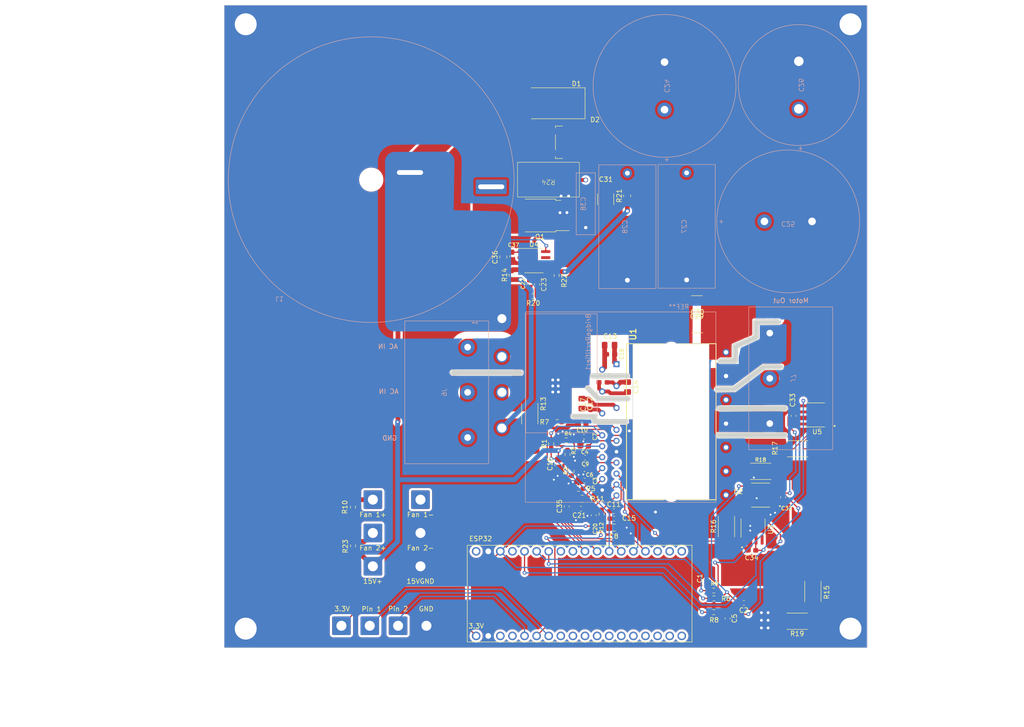
<source format=kicad_pcb>
(kicad_pcb (version 20221018) (generator pcbnew)
  (layers (0 "F.Cu" signal) (31 "B.Cu" signal) (34 "B.Paste" user) (35 "F.Paste" user) (36 "B.SilkS" user "B.Silkscreen") (37 "F.SilkS" user "F.Silkscreen") (38 "B.Mask" user) (39 "F.Mask" user) (44 "Edge.Cuts" user))
  (net 0 "")
  (net 1 "Net-(R15-Pad2)")
  (net 2 "GND")
  (net 3 "PHA")
  (net 4 "PHB")
  (net 5 "PHC")
  (net 6 "FB")
  (net 7 "VLinePFC")
  (net 8 "V3.3")
  (net 9 "Net-(U1-VFO)")
  (net 10 "Net-(J1-IO33)")
  (net 11 "HIN(V)")
  (net 12 "Net-(J1-IO25)")
  (net 13 "LIN(W)")
  (net 14 "Net-(J1-IO15)")
  (net 15 "Net-(J1-IO14)")
  (net 16 "HIN(U)")
  (net 17 "Net-(J1-IO4)")
  (net 18 "Net-(J1-IO2)")
  (net 19 "Fan 2+")
  (net 20 "15VLine")
  (net 21 "VOT")
  (net 22 "Net-(J1-IO26)")
  (net 23 "HIN(W)")
  (net 24 "V-")
  (net 25 "Net-(J1-IO27)")
  (net 26 "LIN(U)")
  (net 27 "Net-(J1-IO32)")
  (net 28 "LIN(V)")
  (net 29 "CS")
  (net 30 "Net-(C23-Pad2)")
  (net 31 "Net-(Q1-G)")
  (net 32 "Net-(D2-A)")
  (net 33 "Net-(U4-COMP)")
  (net 34 "VLine")
  (net 35 "Net-(U1-VS(V))")
  (net 36 "Net-(U1-VB(V))")
  (net 37 "Net-(U1-VS(U))")
  (net 38 "Net-(U1-VB(U))")
  (net 39 "Net-(U1-VS(W))")
  (net 40 "Net-(U1-VB(W))")
  (net 41 "Net-(U1-VDD2)")
  (net 42 "5VLine")
  (net 54 "ExtraPin1")
  (net 55 "ExtraPin2")
  (net 64 "PHB_CSOUT")
  (net 65 "PHC_CSOUT")
  (net 66 "PHA_CSOUT")
  (net 67 "Fan 1+")
  (net 68 "/Fan 1-")
  (net 69 "Line 1")
  (net 70 "Line 2")
  (net 71 "Net-(C38-Pad1)")
  (net 72 "PHC_CS+")
  (net 73 "PHA_CS+")
  (net 74 "PHB_CS+")
  (net 75 "PHA_CS-")
  (footprint "Capacitor_SMD:C_1812_4532Metric_Pad1.57x3.40mm_HandSolder" (layer "F.Cu") (at 182.8375 82.125 180)
    (fp_text reference "C30")
    (fp_text value "1u")
  )
  (footprint "Capacitor_SMD:C_0603_1608Metric_Pad1.08x0.95mm_HandSolder" (layer "F.Cu") (at 159.1575 112.4712 180)
    (fp_text reference "C6")
    (fp_text value "1n")
  )
  (footprint "Capacitor_SMD:C_1812_4532Metric_Pad1.57x3.40mm_HandSolder" (layer "F.Cu") (at 163.576 55.7745 -90)
    (fp_text reference "C31")
    (fp_text value "1u")
  )
  (footprint "Capacitor_SMD:C_0603_1608Metric_Pad1.08x0.95mm_HandSolder" (layer "F.Cu") (at 159.1575 114.9096 180)
    (fp_text reference "C3")
    (fp_text value "1n")
  )
  (footprint "Capacitor_SMD:C_0603_1608Metric_Pad1.08x0.95mm_HandSolder" (layer "F.Cu") (at 203.05 101.2625 -90)
    (fp_text reference "C33")
    (fp_text value "1u")
  )
  (footprint "Resistor_SMD:R_0805_2012Metric_Pad1.20x1.40mm_HandSolder" (layer "F.Cu") (at 168.1 55.05 90)
    (fp_text reference "R21")
    (fp_text value "1M")
  )
  (footprint "Resistor_SMD:R_0603_1608Metric_Pad0.98x0.95mm_HandSolder" (layer "F.Cu") (at 186.2875 138)
    (fp_text reference "R9")
    (fp_text value "100")
  )
  (footprint "COMPRESSORFOC:IM323L6G2XKMA1" (layer "F.Cu") (at 165.862 90.424 90)
    (fp_text reference "U1")
    (fp_text value "~" hide)
  )
  (footprint "Resistor_SMD:R_2512_6332Metric_Pad1.40x3.35mm_HandSolder" (layer "F.Cu") (at 188.95 124.55 -90)
    (fp_text reference "R16")
    (fp_text value "10m")
  )
  (footprint "Resistor_SMD:R_0603_1608Metric_Pad0.98x0.95mm_HandSolder" (layer "F.Cu") (at 110.525 120.4625 -90)
    (fp_text reference "R10")
    (fp_text value "100")
  )
  (footprint "Resistor_SMD:R_0603_1608Metric_Pad0.98x0.95mm_HandSolder" (layer "F.Cu") (at 156.4386 112.9519 90)
    (fp_text reference "R2")
    (fp_text value "100")
  )
  (footprint "Resistor_SMD:R_0603_1608Metric_Pad0.98x0.95mm_HandSolder" (layer "F.Cu") (at 186.3125 139.65)
    (fp_text reference "R6")
    (fp_text value "100")
  )
  (footprint "Connector_Wire:SolderWire-1.5sqmm_1x01_D1.7mm_OD3.9mm" (layer "F.Cu") (at 124.7 132.9)
    (fp_text reference "J5" hide)
    (fp_text value "15VGND")
  )
  (footprint "Connector_Wire:SolderWire-1.5sqmm_1x01_D1.7mm_OD3.9mm" (layer "F.Cu") (at 114.7 125.9)
    (fp_text reference "J8" hide)
    (fp_text value "Fan 2+")
  )
  (footprint "Connector_Wire:SolderWire-1.5sqmm_1x01_D1.7mm_OD3.9mm" (layer "F.Cu") (at 124.7 118.9)
    (fp_text reference "J3" hide)
    (fp_text value "Fan 1-")
  )
  (footprint "Resistor_SMD:R_0603_1608Metric_Pad0.98x0.95mm_HandSolder" (layer "F.Cu") (at 152.15 107.1375 90)
    (fp_text reference "R1")
    (fp_text value "100")
  )
  (footprint "COMPRESSORFOC:snubber_resistor" (layer "F.Cu") (at 151.575 51.65 180)
    (fp_text reference "R24")
    (fp_text value "10")
  )
  (footprint "Capacitor_SMD:C_0603_1608Metric_Pad1.08x0.95mm_HandSolder" (layer "F.Cu") (at 147.57 73.5925 -90)
    (fp_text reference "C22")
    (fp_text value "270pF")
  )
  (footprint "COMPRESSORFOC:TO-252-2_DiodeFOCCustom" (layer "F.Cu") (at 156.125 43.8)
    (fp_text reference "D2")
    (fp_text value "\nSBR20A300CTB-13\n")
  )
  (footprint "Capacitor_SMD:C_0603_1608Metric_Pad1.08x0.95mm_HandSolder" (layer "F.Cu") (at 192.6125 140.6)
    (fp_text reference "C2")
    (fp_text value "1n")
  )
  (footprint "Resistor_SMD:R_0603_1608Metric_Pad0.98x0.95mm_HandSolder" (layer "F.Cu") (at 157.8875 116.6)
    (fp_text reference "R5")
    (fp_text value "100")
  )
  (footprint "Connector_Wire:SolderWire-1.5sqmm_1x01_D1.7mm_OD3.9mm" (layer "F.Cu") (at 120 145.4 90)
    (fp_text reference "J12" hide)
    (fp_text value "Pin 2")
  )
  (footprint "Capacitor_SMD:C_0603_1608Metric_Pad1.08x0.95mm_HandSolder" (layer "F.Cu") (at 155.4226 120.3441 -90)
    (fp_text reference "C35")
    (fp_text value "1u")
  )
  (footprint "Capacitor_SMD:C_0603_1608Metric_Pad1.08x0.95mm_HandSolder" (layer "F.Cu") (at 159.1045 107.696 180)
    (fp_text reference "C4")
    (fp_text value "1n")
  )
  (footprint "Capacitor_SMD:C_0603_1608Metric_Pad1.08x0.95mm_HandSolder" (layer "F.Cu") (at 143.95 67.757175 -90)
    (fp_text reference "C37")
    (fp_text value "100n")
  )
  (footprint "Capacitor_SMD:C_0603_1608Metric_Pad1.08x0.95mm_HandSolder" (layer "F.Cu") (at 165.3551 122.8852)
    (fp_text reference "C15")
    (fp_text value "1u")
  )
  (footprint "Resistor_SMD:R_0603_1608Metric_Pad0.98x0.95mm_HandSolder" (layer "F.Cu") (at 148.3575 76.16)
    (fp_text reference "R20")
    (fp_text value "26.1k")
  )
  (footprint "Capacitor_SMD:C_0805_2012Metric_Pad1.18x1.45mm_HandSolder" (layer "F.Cu") (at 153.67 111.5275 -90)
    (fp_text reference "C16")
    (fp_text value "10u")
  )
  (footprint "Capacitor_SMD:C_0603_1608Metric_Pad1.08x0.95mm_HandSolder" (layer "F.Cu") (at 164.6375 88.35 180)
    (fp_text reference "C18")
    (fp_text value "100n")
  )
  (footprint "COMPRESSORFOC:standoff hole" (layer "F.Cu") (at 88 146)
    (fp_text reference "REF**" hide)
    (fp_text value "standoff hole" hide)
  )
  (footprint "Resistor_SMD:R_2512_6332Metric_Pad1.40x3.35mm_HandSolder" (layer "F.Cu") (at 147.65 100.825 -90)
    (fp_text reference "R13")
    (fp_text value "10m")
  )
  (footprint "Capacitor_SMD:C_0603_1608Metric_Pad1.08x0.95mm_HandSolder" (layer "F.Cu") (at 158.5875 103.1 180)
    (fp_text reference "C10")
    (fp_text value "1n")
  )
  (footprint "Capacitor_SMD:C_0603_1608Metric_Pad1.08x0.95mm_HandSolder" (layer "F.Cu") (at 161.0868 122.1751 -90)
    (fp_text reference "C20")
    (fp_text value "2n")
  )
  (footprint "Resistor_SMD:R_2512_6332Metric_Pad1.40x3.35mm_HandSolder" (layer "F.Cu") (at 203.8 144.45 180)
    (fp_text reference "R19")
    (fp_text value "10m")
  )
  (footprint "" (layer "F.Cu") (at 87.85 20.1)
    (fp_text reference "")
    (fp_text value "")
  )
  (footprint "Connector_Wire:SolderWire-1.5sqmm_1x01_D1.7mm_OD3.9mm" (layer "F.Cu") (at 114.05 145.4 90)
    (fp_text reference "J11" hide)
    (fp_text value "Pin 1")
  )
  (footprint "COMPRESSORFOC:INA240A1DR" (layer "F.Cu") (at 196.13 117.945 180)
    (fp_text reference "U2")
    (fp_text value "INA240A2DR")
  )
  (footprint "Capacitor_SMD:C_0603_1608Metric_Pad1.08x0.95mm_HandSolder" (layer "F.Cu") (at 165.3043 121.3104)
    (fp_text reference "C11")
    (fp_text value "1u")
  )
  (footprint "Resistor_SMD:R_0805_2012Metric_Pad1.20x1.40mm_HandSolder" (layer "F.Cu") (at 158.6644 118.7196)
    (fp_text reference "R11")
    (fp_text value "1M")
  )
  (footprint "Capacitor_SMD:C_0603_1608Metric_Pad1.08x0.95mm_HandSolder" (layer "F.Cu") (at 159.0305 105.664 180)
    (fp_text reference "C7")
    (fp_text value "1n")
  )
  (footprint "COMPRESSORFOC:INA240A1DR" (layer "F.Cu") (at 194.535 124.87 90)
    (fp_text reference "U3")
    (fp_text value "INA240A2DR")
  )
  (footprint "Capacitor_SMD:C_0805_2012Metric_Pad1.18x1.45mm_HandSolder" (layer "F.Cu") (at 168.2 95.2375 -90)
    (fp_text reference "C14")
    (fp_text value "10u")
  )
  (footprint "Resistor_SMD:R_0603_1608Metric_Pad0.98x0.95mm_HandSolder" (layer "F.Cu") (at 186.2875 142.55)
    (fp_text reference "R8")
    (fp_text value "100")
  )
  (footprint "Capacitor_SMD:C_0603_1608Metric_Pad1.08x0.95mm_HandSolder" (layer "F.Cu") (at 158.3933 120.8024 180)
    (fp_text reference "C21")
    (fp_text value "2n")
  )
  (footprint "Connector_Wire:SolderWire-1.5sqmm_1x01_D1.7mm_OD3.9mm" (layer "F.Cu") (at 108.1 145.4 90)
    (fp_text reference "J10" hide)
    (fp_text value "3.3V")
  )
  (footprint "Package_TO_SOT_SMD:TO-252-2" (layer "F.Cu") (at 149.782 59.182 180)
    (fp_text reference "Q1")
    (fp_text value "NMOSIPD50R280CEAUMA1 ")
  )
  (footprint "Capacitor_SMD:C_0603_1608Metric_Pad1.08x0.95mm_HandSolder" (layer "F.Cu") (at 194.2375 129.55 180)
    (fp_text reference "C34")
    (fp_text value "1u")
  )
  (footprint "Capacitor_SMD:C_0603_1608Metric_Pad1.08x0.95mm_HandSolder" (layer "F.Cu") (at 163.05 94.25 180)
    (fp_text reference "C19")
    (fp_text value "100n")
  )
  (footprint "Resistor_SMD:R_0603_1608Metric_Pad0.98x0.95mm_HandSolder" (layer "F.Cu") (at 155.575 109.3959 90)
    (fp_text reference "R3")
    (fp_text value "100")
  )
  (footprint "Capacitor_SMD:C_0603_1608Metric_Pad1.08x0.95mm_HandSolder" (layer "F.Cu") (at 189.2 143.8625 -90)
    (fp_text reference "C5")
    (fp_text value "1n")
  )
  (footprint "Resistor_SMD:R_0603_1608Metric_Pad0.98x0.95mm_HandSolder" (layer "F.Cu") (at 143.84 71.732175 -90)
    (fp_text reference "R14")
    (fp_text value "25.5")
  )
  (footprint "Capacitor_SMD:C_0603_1608Metric_Pad1.08x0.95mm_HandSolder" (layer "F.Cu") (at 160.4 99.1125 -90)
    (fp_text reference "C17")
    (fp_text value "100n")
  )
  (footprint "Connector_Wire:SolderWire-1.5sqmm_1x01_D1.7mm_OD3.9mm" (layer "F.Cu") (at 114.7 132.9)
    (fp_text reference "J4" hide)
    (fp_text value "15V+")
  )
  (footprint "COMPRESSORFOC:standoff hole" (layer "F.Cu") (at 215 146)
    (fp_text reference "REF**" hide)
    (fp_text value "standoff hole" hide)
  )
  (footprint "Connector_Wire:SolderWire-1.5sqmm_1x01_D1.7mm_OD3.9mm" (layer "F.Cu") (at 125.95 145.4 90)
    (fp_text reference "J13" hide)
    (fp_text value "GND")
  )
  (footprint "Capacitor_SMD:C_1812_4532Metric_Pad1.57x3.40mm_HandSolder" (layer "F.Cu") (at 182.7375 77.75 180)
    (fp_text reference "C29")
    (fp_text value "1u")
  )
  (footprint "Resistor_SMD:R_2512_6332Metric_Pad1.40x3.35mm_HandSolder" (layer "F.Cu") (at 207.1 138.2 -90)
    (fp_text reference "R15")
    (fp_text value "10m")
  )
  (footprint "COMPRESSORFOC:XCVR_ESP32-PICO-KIT" (layer "F.Cu") (at 160.52 138.64 180)
    (fp_text reference "J1" hide)
    (fp_text value "ESP32-PICO-KIT_ESP32-PICO-KIT")
  )
  (footprint "COMPRESSORFOC:INA240A1DR" (layer "F.Cu") (at 207.62 101.095 180)
    (fp_text reference "U5")
    (fp_text value "INA240A2DR")
  )
  (footprint "Capacitor_SMD:C_0805_2012Metric_Pad1.18x1.45mm_HandSolder" (layer "F.Cu") (at 164.4125 86.45 180)
    (fp_text reference "C13")
    (fp_text value "10u")
  )
  (footprint "Resistor_SMD:R_2512_6332Metric_Pad1.40x3.35mm_HandSolder" (layer "F.Cu") (at 203.9 108.2)
    (fp_text reference "R17")
    (fp_text value "10m")
  )
  (footprint "COMPRESSORFOC:standoff hole" (layer "F.Cu") (at 215 19)
    (fp_text reference "REF**" hide)
    (fp_text value "standoff hole" hide)
  )
  (footprint "Connector_Wire:SolderWire-1.5sqmm_1x01_D1.7mm_OD3.9mm" (layer "F.Cu") (at 114.7 118.9)
    (fp_text reference "J2" hide)
    (fp_text value "Fan 1+")
  )
  (footprint "Diode_SMD:D_SMC_Handsoldering" (layer "F.Cu") (at 152.35 35.6 180)
    (fp_text reference "D1")
    (fp_text value " S10JC-HF ")
  )
  (footprint "Resistor_SMD:R_0603_1608Metric_Pad0.98x0.95mm_HandSolder" (layer "F.Cu") (at 162.7378 121.9435 90)
    (fp_text reference "R12")
    (fp_text value "10k")
  )
  (footprint "Resistor_SMD:R_0603_1608Metric_Pad0.98x0.95mm_HandSolder" (layer "F.Cu") (at 153.29 71.7875 90)
    (fp_text reference "R22")
    (fp_text value "12.6k")
  )
  (footprint "Capacitor_SMD:C_0603_1608Metric_Pad1.08x0.95mm_HandSolder" (layer "F.Cu") (at 159.2591 110.0836 180)
    (fp_text reference "C9")
    (fp_text value "1n")
  )
  (footprint "Capacitor_SMD:C_0603_1608Metric_Pad1.08x0.95mm_HandSolder" (layer "F.Cu") (at 184.8 135.4375 90)
    (fp_text reference "C1")
    (fp_text value "1n")
  )
  (footprint "Resistor_SMD:R_2512_6332Metric_Pad1.40x3.35mm_HandSolder" (layer "F.Cu") (at 196.15 112.95)
    (fp_text reference "R18")
    (fp_text value "10m")
  )
  (footprint "Capacitor_SMD:C_0805_2012Metric_Pad1.18x1.45mm_HandSolder" (layer "F.Cu") (at 165.3833 124.7648)
    (fp_text reference "C8")
    (fp_text value "10u")
  )
  (footprint "Capacitor_SMD:C_0603_1608Metric_Pad1.08x0.95mm_HandSolder" (layer "F.Cu") (at 149.17 73.6625 -90)
    (fp_text reference "C23")
    (fp_text value "1600pF")
  )
  (footprint "Capacitor_SMD:C_0603_1608Metric_Pad1.08x0.95mm_HandSolder" (layer "F.Cu") (at 200.85 118.3875 -90)
    (fp_text reference "C32")
    (fp_text value "1u")
  )
  (footprint "Resistor_SMD:R_0603_1608Metric_Pad0.98x0.95mm_HandSolder" (layer "F.Cu") (at 155.2975 106.4514)
    (fp_text reference "R4")
    (fp_text value "100")
  )
  (footprint "Resistor_SMD:R_0603_1608Metric_Pad0.98x0.95mm_HandSolder" (layer "F.Cu") (at 153.4125 102.6)
    (fp_text reference "R7")
    (fp_text value "100")
  )
  (footprint "Capacitor_SMD:C_0805_2012Metric_Pad1.18x1.45mm_HandSolder" (layer "F.Cu") (at 158.6 98.7125 -90)
    (fp_text reference "C12")
    (fp_text value "10u")
  )
  (footprint "Resistor_SMD:R_0603_1608Metric_Pad0.98x0.95mm_HandSolder" (layer "F.Cu") (at 110.55 128.6125 -90)
    (fp_text reference "R23")
    (fp_text value "100")
  )
  (footprint "Capacitor_SMD:C_0805_2012Metric_Pad1.18x1.45mm_HandSolder" (layer "F.Cu") (at 142.1 67.910675 -90)
    (fp_text reference "C36")
    (fp_text value "10u")
  )
  (footprint "Connector_Wire:SolderWire-1.5sqmm_1x01_D1.7mm_OD3.9mm" (layer "F.Cu") (at 124.7 125.9)
    (fp_text reference "J9" hide)
    (fp_text value "Fan 2-")
  )
  (footprint "Package_SO:SOIC-8_3.9x4.9mm_P1.27mm" (layer "F.Cu") (at 148.525 68.671675)
    (fp_text reference "U4")
    (fp_text value "~")
  )
  (footprint "COMPRESSORFOC:KBJ-2 Rectifier" (layer "B.Cu") (at 141.8 88.85 -90)
    (fp_text reference "BridgeRectifier1")
    (fp_text value "~")
  )
  (footprint "COMPRESSORFOC:TerminalBlock3pin" (layer "B.Cu") (at 202.45 93.4 90)
    (fp_text reference "J7")
    (fp_text value "Conn_01x03_Socket")
  )
  (footprint "COMPRESSORFOC:heatsinkkeepout" (layer "B.Cu") (at 166.73 99.45 180)
    (fp_text reference "REF**")
    (fp_text value "heatsinkkeepout")
  )
  (footprint "COMPRESSORFOC:4.7uCap" (layer "B.Cu") (at 168.148 61.542 -90)
    (fp_text reference "C28")
    (fp_text value "4.7u")
  )
  (footprint "COMPRESSORFOC:snubber_capacitor" (layer "B.Cu") (at 159.4 56.725 -90)
    (fp_text reference "C38")
    (fp_text value "1n")
  )
  (footprint "COMPRESSORFOC:4.7uCap" (layer "B.Cu") (at 180.594 61.468 -90)
    (fp_text reference "C27")
    (fp_text value "4.7u")
  )
  (footprint "COMPRESSORFOC:1000uCap" (layer "B.Cu") (at 201.925 60.425)
    (fp_text reference "C25")
    (fp_text value "1000uF")
  )
  (footprint "COMPRESSORFOC:TerminalBlock3pin" (layer "B.Cu") (at 130.2 96.35 -90)
    (fp_text reference "J6")
    (fp_text value "Conn_01x03_Socket")
  )
  (footprint "COMPRESSORFOC:1000uCap" (layer "B.Cu") (at 175.95 31.95 90)
    (fp_text reference "C24")
    (fp_text value "1000uF")
  )
  (footprint "COMPRESSORFOC:WETORINDUCTOR" (layer "B.Cu") (at 126.85 53.15)
    (fp_text reference "L1")
    (fp_text value "L")
  )
  (footprint "COMPRESSORFOC:470uFCap" (layer "B.Cu") (at 204.15 31.775 90)
    (fp_text reference "C26")
    (fp_text value "470uF")
  )
  (gr_line (start 187.275 105.35) (end 201.225 105.35) (stroke (width 1.2)) (layer "Edge.Cuts"))
  (gr_line (start 190.775303 86.655033) (end 190.775303 89.730033) (stroke (width 1.2)) (layer "Edge.Cuts"))
  (gr_line (start 187.500113 99.764055) (end 201.25 99.7) (stroke (width 1.2)) (layer "Edge.Cuts"))
  (gr_line (start 196.775 91) (end 200.325 91) (stroke (width 1.2)) (layer "Edge.Cuts"))
  (gr_line (start 195.175303 84.805033) (end 190.750303 86.705033) (stroke (width 1.2)) (layer "Edge.Cuts"))
  (gr_line (start 131.505448 92.211256) (end 145.725448 92.211256) (stroke (width 1.2)) (layer "Edge.Cuts"))
  (gr_rect (start 83.5 15) (end 218.5 150) (stroke (width 0.1)) (fill none) (layer "Edge.Cuts"))
  (gr_line (start 162.03 97.62) (end 159.805 95.395) (stroke (width 1.1)) (layer "Edge.Cuts"))
  (gr_line (start 195.175303 81.605033) (end 199.800303 81.555033) (stroke (width 1.2)) (layer "Edge.Cuts"))
  (gr_line (start 190.775303 89.755033) (end 187.700303 89.755033) (stroke (width 1.2)) (layer "Edge.Cuts"))
  (gr_line (start 156.8 101.4) (end 161.25 101.4) (stroke (width 1.1)) (layer "Edge.Cuts"))
  (gr_line (start 161.25 102.5) (end 167.85 102.5) (stroke (width 1.1)) (layer "Edge.Cuts"))
  (gr_line (start 168.139992 92.896168) (end 160.839992 92.896168) (stroke (width 1.1)) (layer "Edge.Cuts"))
  (gr_line (start 168.22 97.7) (end 162.07 97.7) (stroke (width 1.1)) (layer "Edge.Cuts"))
  (gr_line (start 187.075 95.65) (end 190.625 95.65) (stroke (width 1.2)) (layer "Edge.Cuts"))
  (gr_line (start 161.25 101.4) (end 161.25 102.5) (stroke (width 1.1)) (layer "Edge.Cuts"))
  (gr_line (start 195.175303 84.805033) (end 195.175303 81.580033) (stroke (width 1.2)) (layer "Edge.Cuts"))
  (gr_rect (start 169.29 86.1) (end 185.3 118.9) (stroke (width 0.1)) (fill none) (layer "Edge.Cuts"))
  (gr_line (start 190.625 95.65) (end 196.7 91.05) (stroke (width 1.2)) (layer "Edge.Cuts"))
  (gr_text "AC IN" (at 120.2 96.75) (layer "B.SilkS") (effects (font (size 1 1)) (justify left bottom mirror)))
  (gr_text "Motor Out" (at 206.3 77.65) (layer "B.SilkS") (effects (font (size 1 1)) (justify left bottom mirror)))
  (gr_text "GND" (at 119.85 106.55) (layer "B.SilkS") (effects (font (size 1 1)) (justify left bottom mirror)))
  (gr_text "AC IN" (at 120.05 87.3) (layer "B.SilkS") (effects (font (size 1 1)) (justify left bottom mirror)))
  (gr_text "3.3V" (at 136.4 145.45) (layer "F.SilkS") (effects (font (size 1 1))))
  (gr_text "ESP32" (at 134.85 127.7) (layer "F.SilkS") (effects (font (size 1 1)) (justify left bottom)))
  (via (at 156.7 115.2) (size 0.8) (drill 0.4) (layers "F.Cu" "B.Cu") (net 2))
  (via (at 196.3 142.65) (size 1) (drill 0.6) (layers "F.Cu" "B.Cu") (net 2))
  (via (at 153.67 96.266) (size 1) (drill 0.6) (layers "F.Cu" "B.Cu") (net 2))
  (via (at 193.95 124.4) (size 0.8) (drill 0.4) (layers "F.Cu" "B.Cu") (net 2))
  (via (at 199.15 121.65) (size 0.8) (drill 0.4) (layers "F.Cu" "B.Cu") (net 2))
  (via (at 168.55 104.45) (size 1) (drill 0.6) (layers "F.Cu" "B.Cu") (net 2))
  (via (at 152.47 95.011) (size 1) (drill 0.6) (layers "F.Cu" "B.Cu") (net 2))
  (via (at 153.62 95.016) (size 1) (drill 0.6) (layers "F.Cu" "B.Cu") (net 2))
  (via (at 196.3 145.85) (size 1) (drill 0.6) (layers "F.Cu" "B.Cu") (net 2))
  (via (at 155.8 115.5) (size 0.8) (drill 0.4) (layers "F.Cu" "B.Cu") (net 2))
  (via (at 154 58.6) (size 1) (drill 0.6) (layers "F.Cu" "B.Cu") (net 2))
  (via (at 193.95 125.4) (size 0.8) (drill 0.4) (layers "F.Cu" "B.Cu") (net 2))
  (via (at 155.8 55.1) (size 1) (drill 0.6) (layers "F.Cu" "B.Cu") (net 2))
  (via (at 195.3 118.6) (size 0.8) (drill 0.4) (layers "F.Cu" "B.Cu") (net 2))
  (via (at 197.7 144.25) (size 1) (drill 0.6) (layers "F.Cu" "B.Cu") (net 2))
  (via (at 168.85 126) (size 0.8) (drill 0.4) (layers "F.Cu" "B.Cu") (net 2))
  (via (at 158.9 106.65) (size 0.8) (drill 0.4) (layers "F.Cu" "B.Cu") (net 2))
  (via (at 194.7 114.25) (size 0.8) (drill 0.4) (layers "F.Cu" "B.Cu") (net 2))
  (via (at 153.65 105.05) (size 0.8) (drill 0.4) (layers "F.Cu" "B.Cu") (net 2))
  (via (at 197.7 145.85) (size 1) (drill 0.6) (layers "F.Cu" "B.Cu") (net 2))
  (via (at 196.3 144.25) (size 1) (drill 0.6) (layers "F.Cu" "B.Cu") (net 2))
  (via (at 154.225 55.1) (size 1) (drill 0.6) (layers "F.Cu" "B.Cu") (net 2))
  (via (at 152.47 93.741) (size 1) (drill 0.6) (layers "F.Cu" "B.Cu") (net 2))
  (via (at 158.9 113.6) (size 0.8) (drill 0.4) (layers "F.Cu" "B.Cu") (net 2))
  (via (at 156.9 109.9) (size 0.8) (drill 0.4) (layers "F.Cu" "B.Cu") (net 2))
  (via (at 154.55 104.55) (size 0.8) (drill 0.4) (layers "F.Cu" "B.Cu") (net 2))
  (via (at 152.47 96.281) (size 1) (drill 0.6) (layers "F.Cu" "B.Cu") (net 2))
  (via (at 153.62 93.726) (size 1) (drill 0.6) (layers "F.Cu" "B.Cu") (net 2))
  (via (at 157.9 113.665) (size 0.8) (drill 0.4) (layers "F.Cu" "B.Cu") (net 2))
  (via (at 155.45 58.575) (size 1) (drill 0.6) (layers "F.Cu" "B.Cu") (net 2))
  (via (at 153.5 113.9) (size 0.8) (drill 0.4) (layers "F.Cu" "B.Cu") (net 2))
  (via (at 159.77 122.29) (size 0.8) (drill 0.4) (layers "F.Cu" "B.Cu") (net 2))
  (via (at 174.05 121.5) (size 1) (drill 0.6) (layers "F.Cu" "B.Cu") (net 2))
  (via (at 198.2 122.05) (size 0.8) (drill 0.4) (layers "F.Cu" "B.Cu") (net 2))
  (via (at 197.7 142.65) (size 1) (drill 0.6) (layers "F.Cu" "B.Cu") (net 2))
  (via (at 157.15 110.7) (size 0.8) (drill 0.4) (layers "F.Cu" "B.Cu") (net 2))
  (via (at 152.7 114.7) (size 0.8) (drill 0.4) (layers "F.Cu" "B.Cu") (net 2))
  (via (at 157.35 123.225) (size 0.8) (drill 0.4) (layers "F.Cu" "B.Cu") (net 2))
  (via (at 156.9 105.2) (size 0.8) (drill 0.4) (layers "F.Cu" "B.Cu") (net 2))
  (via (at 168 124.775) (size 0.8) (drill 0.4) (layers "F.Cu" "B.Cu") (net 2))
  (segment (start 153.405 70.99) (end 153.29 70.875) (width 1) (layer "F.Cu") (net 6))
  (segment (start 168.15 56.1) (end 168.1 56.05) (width 1) (layer "F.Cu") (net 6))
  (segment (start 155.01 70.99) (end 153.405 70.99) (width 1) (layer "F.Cu") (net 6))
  (segment (start 168.15 58.26) (end 168.15 56.1) (width 1) (layer "F.Cu") (net 6))
  (segment (start 151.298325 70.875) (end 151 70.576675) (width 1) (layer "F.Cu") (net 6))
  (segment (start 153.29 70.875) (end 151.298325 70.875) (width 1) (layer "F.Cu") (net 6))
  (segment (start 168.17 58.24) (end 168.15 58.26) (width 1) (layer "F.Cu") (net 6))
  (via (at 168.15 58.26) (size 1) (drill 0.6) (layers "F.Cu" "B.Cu") (net 6))
  (via (at 155.01 70.99) (size 0.8) (drill 0.4) (layers "F.Cu" "B.Cu") (net 6))
  (segment (start 168.15 58.26) (end 155.42 70.99) (width 1) (layer "B.Cu") (net 6))
  (segment (start 155.42 70.99) (end 155.01 70.99) (width 1) (layer "B.Cu") (net 6))
  (segment (start 168.148 50.292) (end 168.148 53.612) (width 1) (layer "F.Cu") (net 7))
  (segment (start 168.148 53.612) (end 168.1 53.66) (width 1) (layer "F.Cu") (net 7))
  (segment (start 168.17 50.314) (end 168.148 50.292) (width 1) (layer "F.Cu") (net 7))
  (segment (start 195.17 122.4) (end 195.17 121.949984) (width 0.25) (layer "F.Cu") (net 8))
  (segment (start 196.65 129.55) (end 195.1 129.55) (width 0.25) (layer "F.Cu") (net 8))
  (segment (start 202.225 117.525) (end 200.85 117.525) (width 0.25) (layer "F.Cu") (net 8))
  (segment (start 192.35 118.169984) (end 193.209984 117.31) (width 0.25) (layer "F.Cu") (net 8))
  (segment (start 204.025 120.7) (end 200.85 117.525) (width 0.25) (layer "F.Cu") (net 8))
  (segment (start 155.4226 119.4816) (end 156.1846 118.7196) (width 0.25) (layer "F.Cu") (net 8))
  (segment (start 154.305 121.92) (end 156.845 124.46) (width 0.25) (layer "F.Cu") (net 8))
  (segment (start 193.209984 117.31) (end 193.66 117.31) (width 0.25) (layer "F.Cu") (net 8))
  (segment (start 192.35 120.260016) (end 192.35 118.169984) (width 0.25) (layer "F.Cu") (net 8))
  (segment (start 200.635 117.31) (end 200.85 117.525) (width 0.25) (layer "F.Cu") (net 8))
  (segment (start 155.4226 119.4816) (end 154.305 120.5992) (width 0.25) (layer "F.Cu") (net 8))
  (segment (start 205.15 100.46) (end 203.11 100.46) (width 0.25) (layer "F.Cu") (net 8))
  (segment (start 116.95 136.55) (end 134.67 136.55) (width 0.25) (layer "F.Cu") (net 8))
  (segment (start 134.67 136.55) (end 141.47 129.75) (width 0.25) (layer "F.Cu") (net 8))
  (segment (start 192.564984 120.475) (end 192.35 120.260016) (width 0.25) (layer "F.Cu") (net 8))
  (segment (start 205.15 100.46) (end 210.09 100.46) (width 0.25) (layer "F.Cu") (net 8))
  (segment (start 159.385 124.46) (end 161.1338 124.46) (width 0.25) (layer "F.Cu") (net 8))
  (segment (start 195.1 127.41) (end 195.17 127.34) (width 0.25) (layer "F.Cu") (net 8))
  (segment (start 198.6 117.31) (end 200.635 117.31) (width 0.25) (layer "F.Cu") (net 8))
  (segment (start 201.875 101.575) (end 201.875 103.325) (width 0.25) (layer "F.Cu") (net 8))
  (segment (start 161.1338 124.46) (end 162.7378 122.856) (width 0.25) (layer "F.Cu") (net 8))
  (segment (start 195.1 129.55) (end 195.1 127.41) (width 0.25) (layer "F.Cu") (net 8))
  (segment (start 204.05 120.7) (end 204.025 120.7) (width 0.25) (layer "F.Cu") (net 8))
  (segment (start 134.67 145.81) (end 136.39 147.53) (width 0.25) (layer "F.Cu") (net 8))
  (segment (start 195.17 127.34) (end 195.17 122.4) (width 0.25) (layer "F.Cu") (net 8))
  (segment (start 154.305 120.5992) (end 154.305 121.92) (width 0.25) (layer "F.Cu") (net 8))
  (segment (start 156.845 124.46) (end 159.385 124.46) (width 0.25) (layer "F.Cu") (net 8))
  (segment (start 134.67 136.55) (end 134.67 145.81) (width 0.25) (layer "F.Cu") (net 8))
  (segment (start 108.1 145.4) (end 116.95 136.55) (width 0.25) (layer "F.Cu") (net 8))
  (segment (start 156.1846 118.7196) (end 157.6644 118.7196) (width 0.25) (layer "F.Cu") (net 8))
  (segment (start 203.11 100.46) (end 203.05 100.4) (width 0.25) (layer "F.Cu") (net 8))
  (segment (start 201.875 103.325) (end 203.3 104.75) (width 0.25) (layer "F.Cu") (net 8))
  (segment (start 193.695016 120.475) (end 192.564984 120.475) (width 0.25) (layer "F.Cu") (net 8))
  (segment (start 202.25 117.55) (end 202.225 117.525) (width 0.25) (layer "F.Cu") (net 8))
  (segment (start 203.05 100.4) (end 201.875 101.575) (width 0.25) (layer "F.Cu") (net 8))
  (segment (start 195.17 121.949984) (end 193.695016 120.475) (width 0.25) (layer "F.Cu") (net 8))
  (segment (start 196.75 129.45) (end 196.65 129.55) (width 0.25) (layer "F.Cu") (net 8))
  (via (at 204.05 120.7) (size 0.8) (drill 0.4) (layers "F.Cu" "B.Cu") (net 8))
  (via (at 203.3 104.75) (size 0.8) (drill 0.4) (layers "F.Cu" "B.Cu") (net 8))
  (via (at 159.385 124.46) (size 0.8) (drill 0.4) (layers "F.Cu" "B.Cu") (net 8))
  (via (at 196.75 129.45) (size 0.8) (drill 0.4) (layers "F.Cu" "B.Cu") (net 8))
  (via (at 202.25 117.55) (size 0.8) (drill 0.4) (layers "F.Cu" "B.Cu") (net 8))
  (segment (start 146.76 124.46) (end 141.47 129.75) (width 0.25) (layer "B.Cu") (net 8))
  (segment (start 159.385 124.46) (end 146.76 124.46) (width 0.25) (layer "B.Cu") (net 8))
  (segment (start 175.9 133.15) (end 183.8 141.05) (width 0.25) (layer "B.Cu") (net 8))
  (segment (start 203.5 104.95) (end 203.3 104.75) (width 0.25) (layer "B.Cu") (net 8))
  (segment (start 196.75 129.45) (end 196.75 129.25) (width 0.25) (layer "B.Cu") (net 8))
  (segment (start 195.15 134.75) (end 188.85 141.05) (width 0.25) (layer "B.Cu") (net 8))
  (segment (start 144.9 133.15) (end 175.9 133.15) (width 0.25) (layer "B.Cu") (net 8))
  (segment (start 142.695 130.975) (end 142.725 130.975) (width 0.25) (layer "B.Cu") (net 8))
  (segment (start 195.15 131.05) (end 195.15 134.75) (width 0.25) (layer "B.Cu") (net 8))
  (segment (start 202.25 117.55) (end 202.25 114.3) (width 0.25) (layer "B.Cu") (net 8))
  (segment (start 196.75 129.45) (end 195.15 131.05) (width 0.25) (layer "B.Cu") (net 8))
  (segment (start 141.47 129.75) (end 142.695 130.975) (width 0.25) (layer "B.Cu") (net 8))
  (segment (start 203.5 113.05) (end 203.5 104.95) (width 0.25) (layer "B.Cu") (net 8))
  (segment (start 204.05 121.95) (end 204.05 120.7) (width 0.25) (layer "B.Cu") (net 8))
  (segment (start 202.25 114.3) (end 203.5 113.05) (width 0.25) (layer "B.Cu") (net 8))
  (segment (start 196.75 129.25) (end 204.05 121.95) (width 0.25) (layer "B.Cu") (net 8))
  (segment (start 188.85 141.05) (end 183.8 141.05) (width 0.25) (layer "B.Cu") (net 8))
  (segment (start 142.725 130.975) (end 144.9 133.15) (width 0.25) (layer "B.Cu") (net 8))
  (segment (start 159.6644 117.7716) (end 162.862 114.574) (width 0.25) (layer "F.Cu") (net 9))
  (segment (start 159.6644 120.3938) (end 159.2558 120.8024) (width 0.25) (layer "F.Cu") (net 9))
  (segment (start 159.6644 118.7196) (end 159.6644 120.3938) (width 0.25) (layer "F.Cu") (net 9))
  (segment (start 159.6644 118.7196) (end 159.6644 117.7716) (width 0.25) (layer "F.Cu") (net 9))
  (segment (start 152.15 110.3) (end 152.15 108.05) (width 0.25) (layer "F.Cu") (net 10))
  (via (at 152.15 110.3) (size 0.8) (drill 0.4) (layers "F.Cu" "B.Cu") (net 10))
  (segment (start 152.85 110.3) (end 152.15 110.3) (width 0.25) (layer "B.Cu") (net 10))
  (segment (start 164.33 121.78) (end 152.85 110.3) (width 0.25) (layer "B.Cu") (net 10))
  (segment (start 164.33 129.75) (end 164.33 121.78) (width 0.25) (layer "B.Cu") (net 10))
  (segment (start 152.15 104.975) (end 152.15 106.225) (width 0.25) (layer "F.Cu") (net 11))
  (segment (start 159.893 105.664) (end 160.183 105.374) (width 0.25) (layer "F.Cu") (net 11))
  (segment (start 152.2625 105.0875) (end 152.125 104.95) (width 0.25) (layer "F.Cu") (net 11))
  (segment (start 152.125 104.95) (end 152.15 104.975) (width 0.25) (layer "F.Cu") (net 11))
  (segment (start 160.183 105.374) (end 162.862 105.374) (width 0.25) (layer "F.Cu") (net 11))
  (segment (start 152.2625 105.1875) (end 152.2625 105.0875) (width 0.25) (layer "F.Cu") (net 11))
  (via (at 152.125 104.95) (size 0.8) (drill 0.4) (layers "F.Cu" "B.Cu") (net 11))
  (segment (start 153.57 103.505) (end 160.993 103.505) (width 0.25) (layer "B.Cu") (net 11))
  (segment (start 160.993 103.505) (end 162.862 105.374) (width 0.25) (layer "B.Cu") (net 11))
  (segment (start 152.125 104.95) (end 153.57 103.505) (width 0.25) (layer "B.Cu") (net 11))
  (segment (start 153.5 121.751396) (end 158.838604 127.09) (width 0.25) (layer "F.Cu") (net 12))
  (segment (start 153.5 119.2) (end 153.5 121.751396) (width 0.25) (layer "F.Cu") (net 12))
  (segment (start 158.838604 127.09) (end 169.29 127.09) (width 0.25) (layer "F.Cu") (net 12))
  (segment (start 156.1 116.6) (end 153.5 119.2) (width 0.25) (layer "F.Cu") (net 12))
  (segment (start 156.975 116.6) (end 156.1 116.6) (width 0.25) (layer "F.Cu") (net 12))
  (segment (start 169.29 127.09) (end 171.95 129.75) (width 0.25) (layer "F.Cu") (net 12))
  (segment (start 160.02 114.9096) (end 160.2264 114.9096) (width 0.25) (layer "F.Cu") (net 13))
  (segment (start 160.2264 114.9096) (end 162.862 112.274) (width 0.25) (layer "F.Cu") (net 13))
  (segment (start 160.02 114.9096) (end 160.02 115.38) (width 0.25) (layer "F.Cu") (net 13))
  (segment (start 160.02 115.38) (end 158.8 116.6) (width 0.25) (layer "F.Cu") (net 13))
  (segment (start 151.625 132.4) (end 151.63 132.395) (width 0.25) (layer "F.Cu") (net 14))
  (segment (start 184.05 139.65) (end 185.4 139.65) (width 0.25) (layer "F.Cu") (net 14))
  (segment (start 151.63 132.395) (end 151.63 129.75) (width 0.25) (layer "F.Cu") (net 14))
  (via (at 151.625 132.4) (size 0.8) (drill 0.4) (layers "F.Cu" "B.Cu") (net 14))
  (via (at 184.05 139.65) (size 0.8) (drill 0.4) (layers "F.Cu" "B.Cu") (net 14))
  (segment (start 151.625 132.4) (end 176.8 132.4) (width 0.25) (layer "B.Cu") (net 14))
  (segment (start 176.8 132.4) (end 184.05 139.65) (width 0.25) (layer "B.Cu") (net 14))
  (segment (start 151.315 103.785) (end 152.5 102.6) (width 0.25) (layer "F.Cu") (net 15))
  (segment (start 151.315 121.815) (end 151.315 103.785) (width 0.25) (layer "F.Cu") (net 15))
  (segment (start 159.25 129.75) (end 151.315 121.815) (width 0.25) (layer "F.Cu") (net 15))
  (segment (start 154.625 102.3) (end 158.65 102.3) (width 0.25) (layer "F.Cu") (net 16))
  (segment (start 165.088 103.45) (end 165.862 104.224) (width 0.25) (layer "F.Cu") (net 16))
  (segment (start 154.325 102.6) (end 154.625 102.3) (width 0.25) (layer "F.Cu") (net 16))
  (segment (start 159.8 103.45) (end 165.088 103.45) (width 0.25) (layer "F.Cu") (net 16))
  (segment (start 158.65 102.3) (end 159.45 103.1) (width 0.25) (layer "F.Cu") (net 16))
  (segment (start 159.45 103.1) (end 159.8 103.45) (width 0.25) (layer "F.Cu") (net 16))
  (segment (start 183.85 142.55) (end 185.375 142.55) (width 0.25) (layer "F.Cu") (net 17))
  (segment (start 146.55 134.275) (end 146.55 129.75) (width 0.25) (layer "F.Cu") (net 17))
  (via (at 183.85 142.55) (size 0.8) (drill 0.4) (layers "F.Cu" "B.Cu") (net 17))
  (via (at 146.55 134.275) (size 0.8) (drill 0.4) (layers "F.Cu" "B.Cu") (net 17))
  (segment (start 175.575 134.275) (end 183.85 142.55) (width 0.25) (layer "B.Cu") (net 17))
  (segment (start 146.55 134.275) (end 146.55 134.5) (width 0.25) (layer "B.Cu") (net 17))
  (segment (start 146.55 134.275) (end 175.575 134.275) (width 0.25) (layer "B.Cu") (net 17))
  (segment (start 183.65 138) (end 185.375 138) (width 0.25) (layer "F.Cu") (net 18))
  (via (at 183.65 138) (size 0.8) (drill 0.4) (layers "F.Cu" "B.Cu") (net 18))
  (segment (start 183.65 138) (end 183.65 134.85) (width 0.25) (layer "B.Cu") (net 18))
  (segment (start 150.785 131.445) (end 149.09 129.75) (width 0.25) (layer "B.Cu") (net 18))
  (segment (start 180.245 131.445) (end 150.785 131.445) (width 0.25) (layer "B.Cu") (net 18))
  (segment (start 183.65 134.85) (end 180.245 131.445) (width 0.25) (layer "B.Cu") (net 18))
  (segment (start 112.9 127.7) (end 114.7 125.9) (width 1) (layer "F.Cu") (net 19))
  (segment (start 113.1872 126.49) (end 114.1524 125.5248) (width 0.25) (layer "F.Cu") (net 19))
  (segment (start 110.55 127.7) (end 112.9 127.7) (width 1) (layer "F.Cu") (net 19))
  (segment (start 145.922 66.894675) (end 146.05 66.766675) (width 0.25) (layer "F.Cu") (net 20))
  (segment (start 108.45 127.425) (end 110.55 129.525) (width 1) (layer "F.Cu") (net 20))
  (segment (start 143.99 66.766675) (end 143.862 66.894675) (width 0.25) (layer "F.Cu") (net 20))
  (segment (start 119.975 74.775) (end 127.876825 66.873175) (width 1) (layer "F.Cu") (net 20))
  (segment (start 114.7 132.7) (end 114.7 132.9) (width 0.25) (layer "F.Cu") (net 20))
  (segment (start 110.55 129.525) (end 111.325 129.525) (width 1) (layer "F.Cu") (net 20))
  (segment (start 143.95 66.894675) (end 142.1215 66.894675) (width 0.25) (layer "F.Cu") (net 20))
  (segment (start 110.525 121.375) (end 108.45 123.45) (width 1) (layer "F.Cu") (net 20))
  (segment (start 108.45 123.45) (end 108.45 127.425) (width 1) (layer "F.Cu") (net 20))
  (segment (start 153.67 108.585) (end 153.67 110.49) (width 0.25) (layer "F.Cu") (net 20))
  (segment (start 119.975 102.505) (end 119.975 74.775) (width 1) (layer "F.Cu") (net 20))
  (segment (start 143.95 66.894675) (end 145.922 66.894675) (width 0.25) (layer "F.Cu") (net 20))
  (segment (start 142.1215 66.894675) (end 142.1 66.873175) (width 0.25) (layer "F.Cu") (net 20))
  (segment (start 111.325 129.525) (end 114.7 132.9) (width 1) (layer "F.Cu") (net 20))
  (segment (start 119.9 102.58) (end 119.975 102.505) (width 1) (layer "F.Cu") (net 20))
  (segment (start 127.876825 66.873175) (end 142.338 66.873175) (width 1) (layer "F.Cu") (net 20))
  (segment (start 143.8405 66.873175) (end 143.862 66.894675) (width 0.25) (layer "F.Cu") (net 20))
  (via (at 153.67 108.585) (size 0.8) (drill 0.4) (layers "F.Cu" "B.Cu") (net 20))
  (via (at 119.9 102.58) (size 0.8) (drill 0.4) (layers "F.Cu" "B.Cu") (net 20))
  (segment (start 150.559365 108.585) (end 153.67 108.585) (width 1) (layer "B.Cu") (net 20))
  (segment (start 119.9 114.7) (end 119.9 127.7) (width 1) (layer "B.Cu") (net 20))
  (segment (start 162.862 107.674) (end 154.581 107.674) (width 0.25) (layer "B.Cu") (net 20))
  (segment (start 119.9 114.7) (end 144.444365 114.7) (width 1) (layer "B.Cu") (net 20))
  (segment (start 119.9 127.7) (end 114.7 132.9) (width 1) (layer "B.Cu") (net 20))
  (segment (start 144.444365 114.7) (end 150.559365 108.585) (width 1) (layer "B.Cu") (net 20))
  (segment (start 119.9 102.58) (end 119.9 114.7) (width 1) (layer "B.Cu") (net 20))
  (segment (start 154.581 107.674) (end 153.67 108.585) (width 0.25) (layer "B.Cu") (net 20))
  (segment (start 165.862 118.024) (end 162.855 121.031) (width 0.25) (layer "F.Cu") (net 21))
  (segment (start 152.925 143.695) (end 149.09 147.53) (width 0.25) (layer "F.Cu") (net 21))
  (segment (start 152.925 128.725) (end 152.925 143.695) (width 0.25) (layer "F.Cu") (net 21))
  (segment (start 163.5378 121.831) (end 163.5378 123.4822) (width 0.25) (layer "F.Cu") (net 21))
  (segment (start 151.125 126.925) (end 152.925 128.725) (width 0.25) (layer "F.Cu") (net 21))
  (segment (start 163.5378 123.4822) (end 162.56 124.46) (width 0.25) (layer "F.Cu") (net 21))
  (segment (start 162.56 124.46) (end 162.56 126.365) (width 0.25) (layer "F.Cu") (net 21))
  (segment (start 162.855 121.031) (end 162.7378 121.031) (width 0.25) (layer "F.Cu") (net 21))
  (segment (start 162.7378 121.031) (end 163.5378 121.831) (width 0.25) (layer "F.Cu") (net 21))
  (via (at 162.56 126.365) (size 0.8) (drill 0.4) (layers "F.Cu" "B.Cu") (net 21))
  (via (at 151.125 126.925) (size 0.8) (drill 0.4) (layers "F.Cu" "B.Cu") (net 21))
  (segment (start 151.15 126.95) (end 161.975 126.95) (width 0.25) (layer "B.Cu") (net 21))
  (segment (start 151.125 126.925) (end 151.15 126.95) (width 0.25) (layer "B.Cu") (net 21))
  (segment (start 161.975 126.95) (end 162.56 126.365) (width 0.25) (layer "B.Cu") (net 21))
  (segment (start 167.6 119.3) (end 167.28 118.98) (width 0.25) (layer "F.Cu") (net 22))
  (segment (start 167.28 106.209041) (end 166.470959 105.4) (width 0.25) (layer "F.Cu") (net 22))
  (segment (start 156.6964 104.14) (end 154.385 106.4514) (width 0.25) (layer "F.Cu") (net 22))
  (segment (start 167.28 118.98) (end 167.28 106.209041) (width 0.25) (layer "F.Cu") (net 22))
  (segment (start 166.470959 105.4) (end 164.6 105.4) (width 0.25) (layer "F.Cu") (net 22))
  (segment (start 164.6 105.4) (end 163.34 104.14) (width 0.25) (layer "F.Cu") (net 22))
  (segment (start 167.6 121.425) (end 167.6 119.3) (width 0.25) (layer "F.Cu") (net 22))
  (segment (start 163.34 104.14) (end 156.6964 104.14) (width 0.25) (layer "F.Cu") (net 22))
  (via (at 167.6 121.425) (size 0.8) (drill 0.4) (layers "F.Cu" "B.Cu") (net 22))
  (segment (start 169.41 129.75) (end 170.31 128.85) (width 0.25) (layer "B.Cu") (net 22))
  (segment (start 170.31 124.135) (end 167.6 121.425) (width 0.25) (layer "B.Cu") (net 22))
  (segment (start 170.31 128.85) (end 170.31 124.135) (width 0.25) (layer "B.Cu") (net 22))
  (segment (start 159.078 108.585) (end 159.967 107.696) (width 0.25) (layer "F.Cu") (net 23))
  (segment (start 157.01 107.2514) (end 157.01 108.115) (width 0.25) (layer "F.Cu") (net 23))
  (segment (start 156.21 106.4514) (end 157.01 107.2514) (width 0.25) (layer "F.Cu") (net 23))
  (segment (start 157.01 108.115) (end 157.48 108.585) (width 0.25) (layer "F.Cu") (net 23))
  (segment (start 157.48 108.585) (end 159.078 108.585) (width 0.25) (layer "F.Cu") (net 23))
  (segment (start 159.967 107.696) (end 161.139 106.524) (width 0.25) (layer "F.Cu") (net 23))
  (segment (start 161.139 106.524) (end 165.862 106.524) (width 0.25) (layer "F.Cu") (net 23))
  (segment (start 145.7 72.65) (end 143.845325 72.65) (width 1) (layer "F.Cu") (net 24))
  (segment (start 141.8 103.85) (end 141.3 103.35) (width 1) (layer "F.Cu") (net 24))
  (segment (start 143.845325 72.65) (end 143.84 72.644675) (width 1) (layer "F.Cu") (net 24))
  (via (at 145.7 72.65) (size 1) (drill 0.6) (layers "F.Cu" "B.Cu") (net 24))
  (segment (start 147.95 97.7) (end 147.95 83.15) (width 1) (layer "B.Cu") (net 24))
  (segment (start 141.8 103.85) (end 147.95 97.7) (width 1) (layer "B.Cu") (net 24))
  (segment (start 147.95 74.9) (end 145.7 72.65) (width 1) (layer "B.Cu") (net 24))
  (segment (start 147.95 79.45) (end 147.95 74.9) (width 1) (layer "B.Cu") (net 24))
  (segment (start 147.95 83.15) (end 147.95 79.45) (width 1) (layer "B.Cu") (net 24))
  (segment (start 155.575 110.3084) (end 155.575 113.578209) (width 0.25) (layer "F.Cu") (net 25))
  (segment (start 152.4 121.924188) (end 152.4 121.8) (width 0.25) (layer "F.Cu") (net 25))
  (segment (start 160.09 128.05) (end 158.525812 128.05) (width 0.25) (layer "F.Cu") (net 25))
  (segment (start 160.09 128.05) (end 161.79 129.75) (width 0.25) (layer "F.Cu") (net 25))
  (segment (start 155.575 113.578209) (end 152.4 116.753209) (width 0.25) (layer "F.Cu") (net 25))
  (segment (start 152.4 116.753209) (end 152.4 121.8) (width 0.25) (layer "F.Cu") (net 25))
  (segment (start 158.525812 128.05) (end 152.4 121.924188) (width 0.25) (layer "F.Cu") (net 25))
  (segment (start 159.835 109.035) (end 160.1216 109.3216) (width 0.25) (layer "F.Cu") (net 26))
  (segment (start 156.1266 109.035) (end 159.835 109.035) (width 0.25) (layer "F.Cu") (net 26))
  (segment (start 160.1216 110.0836) (end 160.2312 109.974) (width 0.25) (layer "F.Cu") (net 26))
  (segment (start 160.2312 109.974) (end 162.862 109.974) (width 0.25) (layer "F.Cu") (net 26))
  (segment (start 160.1216 109.3216) (end 160.1216 110.0836) (width 0.25) (layer "F.Cu") (net 26))
  (segment (start 155.575 108.4834) (end 156.1266 109.035) (width 0.25) (layer "F.Cu") (net 26))
  (segment (start 152.9 116.889605) (end 152.9 121.7) (width 0.25) (layer "F.Cu") (net 27))
  (segment (start 155.925205 113.8644) (end 152.9 116.889605) (width 0.25) (layer "F.Cu") (net 27))
  (segment (start 152.9 121.787792) (end 152.9 121.7) (width 0.25) (layer "F.Cu") (net 27))
  (segment (start 156.4386 113.8644) (end 155.925205 113.8644) (width 0.25) (layer "F.Cu") (net 27))
  (segment (start 158.712208 127.6) (end 152.9 121.787792) (width 0.25) (layer "F.Cu") (net 27))
  (segment (start 164.72 127.6) (end 158.712208 127.6) (width 0.25) (layer "F.Cu") (net 27))
  (segment (start 166.87 129.75) (end 164.72 127.6) (width 0.25) (layer "F.Cu") (net 27))
  (segment (start 159.22 111.6712) (end 160.02 112.4712) (width 0.25) (layer "F.Cu") (net 28))
  (segment (start 156.4386 112.0394) (end 156.8068 111.6712) (width 0.25) (layer "F.Cu") (net 28))
  (segment (start 160.02 112.4712) (end 161.3672 111.124) (width 0.25) (layer "F.Cu") (net 28))
  (segment (start 156.8068 111.6712) (end 159.22 111.6712) (width 0.25) (layer "F.Cu") (net 28))
  (segment (start 161.3672 111.124) (end 165.862 111.124) (width 0.25) (layer "F.Cu") (net 28))
  (segment (start 144.083 70.576675) (end 143.84 70.819675) (width 1) (layer "F.Cu") (net 29))
  (segment (start 146.05 70.576675) (end 144.083 70.576675) (width 1) (layer "F.Cu") (net 29))
  (segment (start 149.17 74.525) (end 149.17 76.06) (width 1) (layer "F.Cu") (net 30))
  (segment (start 149.17 76.06) (end 149.27 76.16) (width 1) (layer "F.Cu") (net 30))
  (segment (start 154.822 63.128) (end 154.822 61.462) (width 0.8) (layer "F.Cu") (net 31))
  (segment (start 148.59 64.41) (end 149.45 63.55) (width 0.8) (layer "F.Cu") (net 31))
  (segment (start 148.59 66.262335) (end 148.59 64.41) (width 0.8) (layer "F.Cu") (net 31))
  (segment (start 146.05 68.036675) (end 146.81566 68.036675) (width 0.8) (layer "F.Cu") (net 31))
  (segment (start 154.4 63.55) (end 154.822 63.128) (width 0.8) (layer "F.Cu") (net 31))
  (segment (start 146.81566 68.036675) (end 148.59 66.262335) (width 0.8) (layer "F.Cu") (net 31))
  (segment (start 149.45 63.55) (end 154.4 63.55) (width 0.8) (layer "F.Cu") (net 31))
  (segment (start 151 69.306675) (end 150.092918 69.306675) (width 1) (layer "F.Cu") (net 33))
  (segment (start 149.17 72.8) (end 149.17 70.229593) (width 1) (layer "F.Cu") (net 33))
  (segment (start 147.57 72.73) (end 149.1 72.73) (width 1) (layer "F.Cu") (net 33))
  (segment (start 149.17 70.229593) (end 150.092918 69.306675) (width 1) (layer "F.Cu") (net 33))
  (segment (start 149.1 72.73) (end 149.17 72.8) (width 1) (layer "F.Cu") (net 33))
  (segment (start 136.7 35.6) (end 147.95 35.6) (width 5) (layer "F.Cu") (net 34))
  (segment (start 122.5 49.8) (end 136.7 35.6) (width 5) (layer "F.Cu") (net 34))
  (segment (start 122.5 50.15) (end 122.5 49.8) (width 5) (layer "F.Cu") (net 34))
  (segment (start 151 66.766675) (end 150.623249 66.766675) (width 0.25) (layer "F.Cu") (net 34))
  (segment (start 151 66.766675) (end 151 65.662) (width 0.25) (layer "F.Cu") (net 34))
  (segment (start 151 65.662) (end 151.13 65.532) (width 0.25) (layer "F.Cu") (net 34))
  (via (at 151.13 65.532) (size 0.8) (drill 0.4) (layers "F.Cu" "B.Cu") (net 34))
  (segment (start 149.873 64.275) (end 138.375 64.275) (width 0.25) (layer "B.Cu") (net 34))
  (segment (start 151.13 65.532) (end 149.873 64.275) (width 0.25) (layer "B.Cu") (net 34))
  (segment (start 166.686 94.2) (end 165.862 95.024) (width 1) (layer "F.Cu") (net 35))
  (segment (start 165.088 94.25) (end 165.862 95.024) (width 0.8) (layer "F.Cu") (net 35))
  (segment (start 163.9125 94.25) (end 165.088 94.25) (width 0.8) (layer "F.Cu") (net 35))
  (segment (start 168.2 94.2) (end 166.686 94.2) (width 1) (layer "F.Cu") (net 35))
  (segment (start 162.1875 95.4995) (end 162.862 96.174) (width 0.8) (layer "F.Cu") (net 36))
  (segment (start 167.925 96.55) (end 168.2 96.275) (width 0.8) (layer "F.Cu") (net 36))
  (segment (start 162.862 96.174) (end 164.224 96.174) (width 0.8) (layer "F.Cu") (net 36))
  (segment (start 164.224 96.174) (end 164.6 96.55) (width 0.8) (layer "F.Cu") (net 36))
  (segment (start 162.1875 94.25) (end 162.1875 95.4995) (width 0.8) (layer "F.Cu") (net 36))
  (segment (start 164.6 96.55) (end 167.925 96.55) (width 0.8) (layer "F.Cu") (net 36))
  (segment (start 165.45 90.012) (end 165.862 90.424) (width 1) (layer "F.Cu") (net 37))
  (segment (start 165.45 86.45) (end 165.45 90.012) (width 1) (layer "F.Cu") (net 37))
  (segment (start 163.375 86.45) (end 163.375 91.061) (width 1) (layer "F.Cu") (net 38))
  (segment (start 163.375 91.061) (end 162.862 91.574) (width 1) (layer "F.Cu") (net 38))
  (segment (start 160 97.675) (end 160.4 98.075) (width 0.8) (layer "F.Cu") (net 39))
  (segment (start 165.862 99.624) (end 165.188 98.95) (width 0.8) (layer "F.Cu") (net 39))
  (segment (start 158.6 97.675) (end 160 97.675) (width 0.8) (layer "F.Cu") (net 39))
  (segment (start 165.188 98.95) (end 161.275 98.95) (width 0.8) (layer "F.Cu") (net 39))
  (segment (start 161.275 98.95) (end 160.4 98.075) (width 0.8) (layer "F.Cu") (net 39))
  (segment (start 160.4 99.8) (end 160.55 99.95) (width 0.8) (layer "F.Cu") (net 40))
  (segment (start 162.038 99.95) (end 162.862 100.774) (width 0.8) (layer "F.Cu") (net 40))
  (segment (start 158.6 99.75) (end 160.35 99.75) (width 0.8) (layer "F.Cu") (net 40))
  (segment (start 160.35 99.75) (end 160.4 99.8) (width 0.8) (layer "F.Cu") (net 40))
  (segment (start 160.55 99.95) (end 162.038 99.95) (width 0.8) (layer "F.Cu") (net 40))
  (segment (start 164.4926 124.618) (end 164.3458 124.7648) (width 0.25) (layer "F.Cu") (net 41))
  (segment (start 164.4926 122.8852) (end 164.4926 124.618) (width 0.25) (layer "F.Cu") (net 41))
  (segment (start 165.862 113.424) (end 166.83 114.392) (width 0.25) (layer "F.Cu") (net 41))
  (segment (start 166.83 114.392) (end 166.83 118.9222) (width 0.25) (layer "F.Cu") (net 41))
  (segment (start 164.4418 121.3104) (end 164.4418 122.8344) (width 0.25) (layer "F.Cu") (net 41))
  (segment (start 164.4418 122.8344) (end 164.4926 122.8852) (width 0.25) (layer "F.Cu") (net 41))
  (segment (start 166.83 118.9222) (end 164.4418 121.3104) (width 0.25) (layer "F.Cu") (net 41))
  (segment (start 151.63 147.53) (end 141.85 137.75) (width 0.25) (layer "B.Cu") (net 54))
  (segment (start 121.7 137.75) (end 137.65 137.75) (width 0.25) (layer "B.Cu") (net 54))
  (segment (start 141.85 137.75) (end 137.65 137.75) (width 0.25) (layer "B.Cu") (net 54))
  (segment (start 114.05 145.4) (end 121.7 137.75) (width 0.25) (layer "B.Cu") (net 54))
  (segment (start 140.15 139.25) (end 146.55 145.65) (width 0.25) (layer "B.Cu") (net 55))
  (segment (start 120 144.05) (end 124.8 139.25) (width 0.25) (layer "B.Cu") (net 55))
  (segment (start 146.55 145.65) (end 146.55 147.53) (width 0.25) (layer "B.Cu") (net 55))
  (segment (start 120 145.4) (end 120 144.05) (width 0.25) (layer "B.Cu") (net 55))
  (segment (start 124.8 139.25) (end 140.15 139.25) (width 0.25) (layer "B.Cu") (net 55))
  (segment (start 189.05 138.35) (end 191.3 140.6) (width 0.25) (layer "F.Cu") (net 64))
  (segment (start 187.75 139.65) (end 189.05 138.35) (width 0.25) (layer "F.Cu") (net 64))
  (segment (start 193.65 116.05) (end 193.66 116.04) (width 0.25) (layer "F.Cu") (net 64))
  (segment (start 191.55 116.05) (end 193.65 116.05) (width 0.25) (layer "F.Cu") (net 64))
  (segment (start 191.3 140.6) (end 191.75 140.6) (width 0.25) (layer "F.Cu") (net 64))
  (segment (start 187.225 139.65) (end 187.75 139.65) (width 0.25) (layer "F.Cu") (net 64))
  (via (at 189.05 138.35) (size 0.8) (drill 0.4) (layers "F.Cu" "B.Cu") (net 64))
  (via (at 191.55 116.05) (size 0.8) (drill 0.4) (layers "F.Cu" "B.Cu") (net 64))
  (segment (start 185.825 135.125) (end 185.825 122.421883) (width 0.25) (layer "B.Cu") (net 64))
  (segment (start 185.825 122.421883) (end 191.55 116.696883) (width 0.25) (layer "B.Cu") (net 64))
  (segment (start 191.55 116.696883) (end 191.55 116.05) (width 0.25) (layer "B.Cu") (net 64))
  (segment (start 189.05 138.35) (end 185.825 135.125) (width 0.25) (layer "B.Cu") (net 64))
  (segment (start 200.3 127.65) (end 200.3 126.26) (width 0.25) (layer "F.Cu") (net 65))
  (segment (start 193.5 143) (end 189.2 143) (width 0.25) (layer "F.Cu") (net 65))
  (segment (start 193.55 142.95) (end 193.5 143) (width 0.25) (layer "F.Cu") (net 65))
  (segment (start 187.2 142.55) (end 188.75 142.55) (width 0.25) (layer "F.Cu") (net 65))
  (segment (start 188.75 142.55) (end 189.2 143) (width 0.25) (layer "F.Cu") (net 65))
  (segment (start 200.3 126.26) (end 196.44 122.4) (width 0.25) (layer "F.Cu") (net 65))
  (via (at 193.55 142.95) (size 0.8) (drill 0.4) (layers "F.Cu" "B.Cu") (net 65))
  (via (at 200.3 127.65) (size 0.8) (drill 0.4) (layers "F.Cu" "B.Cu") (net 65))
  (segment (start 196.05 140.45) (end 196.05 131.9) (width 0.25) (layer "B.Cu") (net 65))
  (segment (start 196.05 131.9) (end 200.3 127.65) (width 0.25) (layer "B.Cu") (net 65))
  (segment (start 193.55 142.95) (end 196.05 140.45) (width 0.25) (layer "B.Cu") (net 65))
  (segment (start 205.1 98.1) (end 205.1 99.14) (width 0.25) (layer "F.Cu") (net 66))
  (segment (start 205.1 99.14) (end 205.15 99.19) (width 0.25) (layer "F.Cu") (net 66))
  (segment (start 187.2 132.75) (end 187.2 138) (width 0.25) (layer "F.Cu") (net 66))
  (segment (start 184.8 136.3) (end 185.5 136.3) (width 0.25) (layer "F.Cu") (net 66))
  (segment (start 185.5 136.3) (end 187.2 138) (width 0.25) (layer "F.Cu") (net 66))
  (segment (start 186.55 132.1) (end 187.2 132.75) (width 0.25) (layer "F.Cu") (net 66))
  (via (at 186.55 132.1) (size 0.8) (drill 0.4) (layers "F.Cu" "B.Cu") (net 66))
  (via (at 205.1 98.1) (size 0.8) (drill 0.4) (layers "F.Cu" "B.Cu") (net 66))
  (segment (start 190.6 132.1) (end 205.1 117.6) (width 0.25) (layer "B.Cu") (net 66))
  (segment (start 205.1 117.6) (end 205.1 98.1) (width 0.25) (layer "B.Cu") (net 66))
  (segment (start 186.55 132.1) (end 190.6 132.1) (width 0.25) (layer "B.Cu") (net 66))
  (segment (start 113.525 120.075) (end 114.7 118.9) (width 1) (layer "F.Cu") (net 67))
  (segment (start 111.175 118.9) (end 110.525 119.55) (width 1) (layer "F.Cu") (net 67))
  (segment (start 114.7 118.9) (end 111.175 118.9) (width 1) (layer "F.Cu") (net 67))
  (segment (start 156.95 51.725) (end 156.875 51.65) (width 0.8) (layer "F.Cu") (net 71))
  (segment (start 159.4 51.725) (end 156.95 51.725) (width 0.8) (layer "F.Cu") (net 71))
  (segment (start 192.7 122.47) (end 192.63 122.4) (width 0.2) (layer "F.Cu") (net 72))
  (segment (start 190.95 124.425) (end 192.7 124.425) (width 0.2) (layer "F.Cu") (net 72))
  (segment (start 188.95 123.8) (end 190.325 123.8) (width 0.2) (layer "F.Cu") (net 72))
  (segment (start 188.95 121.5) (end 188.95 123.8) (width 0.2) (layer "F.Cu") (net 72))
  (segment (start 190.325 123.8) (end 190.95 124.425) (width 0.2) (layer "F.Cu") (net 72))
  (segment (start 192.7 124.425) (end 192.7 122.47) (width 0.2) (layer "F.Cu") (net 72))
  (segment (start 207.35 103) (end 205.15 103) (width 0.2) (layer "F.Cu") (net 73))
  (segment (start 207.557403 103.207403) (end 207.35 103) (width 0.2) (layer "F.Cu") (net 73))
  (segment (start 203.0818 108.2) (end 207.557403 103.724397) (width 0.2) (layer "F.Cu") (net 73))
  (segment (start 207.557403 103.724397) (end 207.557403 103.207403) (width 0.2) (layer "F.Cu") (net 73))
  (segment (start 200.85 108.2) (end 203.0818 108.2) (width 0.2) (layer "F.Cu") (net 73))
  (segment (start 195.4 112.9) (end 195.4 113.625) (width 0.2) (layer "F.Cu") (net 74))
  (segment (start 195.975 119.85) (end 196.075 119.75) (width 0.2) (layer "F.Cu") (net 74))
  (segment (start 193.66 119.85) (end 195.975 119.85) (width 0.2) (layer "F.Cu") (net 74))
  (segment (start 195.4 113.625) (end 196.075 114.3) (width 0.2) (layer "F.Cu") (net 74))
  (segment (start 193.76 119.95) (end 193.66 119.85) (width 0.2) (layer "F.Cu") (net 74))
  (segment (start 195.4 112.9) (end 193.15 112.9) (width 0.2) (layer "F.Cu") (net 74))
  (segment (start 196.075 114.3) (end 196.075 119.75) (width 0.2) (layer "F.Cu") (net 74))
  (segment (start 193.15 112.9) (end 193.1 112.95) (width 0.2) (layer "F.Cu") (net 74))
  (segment (start 206.95 108.2) (end 205.05 108.2) (width 0.2) (layer "F.Cu") (net 75))
  (segment (start 197.2 112.9) (end 199.15 112.9) (width 0.2) (layer "F.Cu") (net 75))
  (segment (start 205.05 108.2) (end 205.05 106.8682) (width 0.2) (layer "F.Cu") (net 75))
  (segment (start 190.275 125.55) (end 190.95 124.875) (width 0.2) (layer "F.Cu") (net 75))
  (segment (start 188.95 127.6) (end 188.95 125.55) (width 0.2) (layer "F.Cu") (net 75))
  (segment (start 208.007403 103.910797) (end 208.007403 103.238608) (width 0.2) (layer "F.Cu") (net 75))
  (segment (start 197.2 112.9) (end 197.2 113.625) (width 0.2) (layer "F.Cu") (net 75))
  (segment (start 196.65 119.9) (end 198.55 119.9) (width 0.2) (layer "F.Cu") (net 75))
  (segment (start 196.525 114.3) (end 196.525 119.775) (width 0.2) (layer "F.Cu") (net 75))
  (segment (start 205.05 106.8682) (end 208.007403 103.910797) (width 0.2) (layer "F.Cu") (net 75))
  (segment (start 165.862 115.724) (end 161.0868 120.4992) (width 0.25) (layer "F.Cu") (net 75))
  (segment (start 188.95 125.55) (end 190.275 125.55) (width 0.2) (layer "F.Cu") (net 75))
  (segment (start 188.95 127.6) (end 175.65 127.6) (width 0.2) (layer "F.Cu") (net 75))
  (segment (start 161.0868 120.4992) (end 161.0868 121.3126) (width 0.25) (layer "F.Cu") (net 75))
  (segment (start 197.2 113.625) (end 196.525 114.3) (width 0.2) (layer "F.Cu") (net 75))
  (segment (start 198.55 119.9) (end 198.6 119.85) (width 0.2) (layer "F.Cu") (net 75))
  (segment (start 190.95 124.875) (end 192.7 124.875) (width 0.2) (layer "F.Cu") (net 75))
  (segment (start 210.09 103) (end 208.246011 103) (width 0.2) (layer "F.Cu") (net 75))
  (segment (start 208.246011 103) (end 208.007403 103.238608) (width 0.2) (layer "F.Cu") (net 75))
  (segment (start 196.525 119.775) (end 196.65 119.9) (width 0.2) (layer "F.Cu") (net 75))
  (segment (start 199.15 112.9) (end 199.2 112.95) (width 0.2) (layer "F.Cu") (net 75))
  (segment (start 175.65 127.6) (end 173.95 125.9) (width 0.2) (layer "F.Cu") (net 75))
  (segment (start 192.7 127.27) (end 192.63 127.34) (width 0.2) (layer "F.Cu") (net 75))
  (segment (start 192.7 124.875) (end 192.7 127.27) (width 0.2) (layer "F.Cu") (net 75))
  (via (at 173.95 125.9) (size 0.8) (drill 0.4) (layers "F.Cu" "B.Cu") (net 75))
  (segment (start 173.95 125.9) (end 173.95 125.85) (width 0.2) (layer "B.Cu") (net 75))
  (segment (start 165.862 115.724) (end 167.4 117.262) (width 0.25) (layer "B.Cu") (net 75))
  (segment (start 167.599 119.499) (end 173.15 125.05) (width 0.25) (layer "B.Cu") (net 75))
  (segment (start 167.4 119.3) (end 167.599 119.499) (width 0.25) (layer "B.Cu") (net 75))
  (segment (start 167.4 117.262) (end 167.4 119.3) (width 0.25) (layer "B.Cu") (net 75))
  (segment (start 173.95 125.85) (end 173.15 125.05) (width 0.2) (layer "B.Cu") (net 75))
  (zone (net 2) (net_name "GND") (layer "F.Cu") (connect_pads yes (clearance 0.5)) (min_thickness 0.25) (fill yes (thermal_gap 0.5) (thermal_bridge_width 0.5))
    (polygon (pts (xy 38.6 166.7) (xy 247.65 160.02) (xy 244.9 14.7) (xy 40.9 14.3) (xy 36.6 163.6)))
  )
  (zone (net 73) (net_name "PHA_CS+") (layer "F.Cu") (priority 9) (connect_pads yes (clearance 0.5)) (min_thickness 0.25) (fill yes (thermal_gap 0.5) (thermal_bridge_width 0.5))
    (polygon (pts (xy 186.85 106.1) (xy 201.45 106.1) (xy 201.45 110.5) (xy 186.9 110.5)))
  )
  (zone (net 24) (net_name "V-") (layer "F.Cu") (priority 13) (connect_pads yes (clearance 1.5)) (min_thickness 0.25) (fill yes (thermal_gap 0.5) (thermal_bridge_width 0.5) (smoothing fillet) (radius 2))
    (polygon (pts (xy 131.3 109.35) (xy 150.5 109.3) (xy 150.55 101.825) (xy 131.35 101.9)))
  )
  (zone (net 72) (net_name "PHC_CS+") (layer "F.Cu") (priority 14) (connect_pads yes (clearance 0.5)) (min_thickness 0.25) (fill yes (thermal_gap 0.5) (thermal_bridge_width 0.5))
    (polygon (pts (xy 190.85 116.65) (xy 190.85 122.15) (xy 186.85 122.15) (xy 186.85 116.65)))
  )
  (zone (net 4) (net_name "PHB") (layer "F.Cu") (priority 6) (connect_pads yes (clearance 1)) (min_thickness 0.25) (fill yes (thermal_gap 0.5) (thermal_bridge_width 0.5))
    (polygon (pts (xy 186.95 96.3) (xy 191 96.3) (xy 196.05 92.5) (xy 196.05 91.65) (xy 200 91.6) (xy 200 98.85) (xy 186.9 99.45)))
  )
  (zone (net 69) (net_name "Line 1") (layer "F.Cu") (priority 2) (connect_pads yes (clearance 1.5)) (min_thickness 0.25) (fill yes (thermal_gap 0.5) (thermal_bridge_width 0.5) (smoothing fillet) (radius 2))
    (polygon (pts (xy 143.5 85.1) (xy 143.5 91.05) (xy 132.5 91.1) (xy 132.489895 85.078472)))
  )
  (zone (net 74) (net_name "PHB_CS+") (layer "F.Cu") (priority 10) (connect_pads yes (clearance 0.5)) (min_thickness 0.25) (fill yes (thermal_gap 0.5) (thermal_bridge_width 0.5))
    (polygon (pts (xy 186.95 111) (xy 193.65 111) (xy 193.65 114.8) (xy 186.95 114.8)))
  )
  (zone (net 1) (net_name "Net-(R15-Pad2)") (layer "F.Cu") (priority 11) (connect_pads yes (clearance 0.5)) (min_thickness 0.25) (fill yes (thermal_gap 0.5) (thermal_bridge_width 0.5))
    (polygon (pts (xy 204.5 140.2) (xy 204.5 146.5) (xy 209.7 146.5) (xy 209.7 140.25)))
  )
  (zone (net 32) (net_name "Net-(D2-A)") (layer "F.Cu") (priority 12) (connect_pads yes (clearance 0)) (min_thickness 0.25) (fill yes (thermal_gap 0.5) (thermal_bridge_width 0.5) (smoothing fillet) (radius 2))
    (polygon (pts (xy 135.71 50.88) (xy 135.636 62.992) (xy 146.812 62.992) (xy 152.41 62.992) (xy 152.41 55.28) (xy 152.9 53.45) (xy 152.825 39.7) (xy 145.375 39.675) (xy 135.76 46.99) (xy 135.71 50.89)))
  )
  (zone (net 70) (net_name "Line 2") (layer "F.Cu") (priority 3) (connect_pads yes (clearance 1.5)) (min_thickness 0.25) (fill yes (thermal_gap 0.5) (thermal_bridge_width 0.5) (smoothing fillet) (radius 2))
    (polygon (pts (xy 133 93.45) (xy 143.15 93.45) (xy 143.15 99.45) (xy 133 99.45)))
  )
  (zone (net 7) (net_name "VLinePFC") (layer "F.Cu") (priority 4) (connect_pads yes (clearance 1.75)) (min_thickness 0.25) (fill yes (thermal_gap 0.5) (thermal_bridge_width 0.5) (smoothing fillet) (radius 2))
    (polygon (pts (xy 160.725 49.175) (xy 153.075 49.175) (xy 153.025 30.6) (xy 184.55 30.675) (xy 211.074 30.65) (xy 211.05 47.75) (xy 199.5 47.65) (xy 199.4 84.6) (xy 192.65 84.95) (xy 192.75 89.45) (xy 183.55 89.5) (xy 183.675 67.475) (xy 171.325 67.6) (xy 171.196 54.864) (xy 160.9 54.85)))
  )
  (zone (net 75) (net_name "PHA_CS-") (layer "F.Cu") (priority 8) (connect_pads yes (clearance 0.5)) (min_thickness 0.25) (fill yes (thermal_gap 0.5) (thermal_bridge_width 0.5))
    (polygon (pts (xy 206.3 106.35) (xy 206.25 109.9) (xy 206.25 110.65) (xy 198.5 110.65) (xy 198.5 114.85) (xy 202.65 114.8) (xy 202.7 129.75) (xy 191.4 129.5) (xy 191.4 126.9) (xy 187.05 126.9) (xy 187.05 137.05) (xy 210.35 137) (xy 210 106.3)))
  )
  (zone (net 0) (net_name "") (layers "F&B.Cu") (connect_pads yes (clearance 0)) (min_thickness 0.25)
    (keepout (tracks not_allowed) (vias not_allowed) (pads not_allowed) (copperpour not_allowed) (footprints allowed))
    (fill (thermal_gap 0.5) (thermal_bridge_width 0.5))
    (polygon (pts (xy 160.819992 92.266168) (xy 160.579992 92.296168) (xy 160.499992 92.346168) (xy 160.419992 92.416168) (xy 160.269992 92.596168) (xy 160.229992 92.746168) (xy 160.219992 92.906168) (xy 160.249992 93.136168) (xy 160.299992 93.266168) (xy 160.379992 93.366168) (xy 160.509992 93.466168) (xy 160.729992 93.526168) (xy 161.329992 93.526168) (xy 168.209992 93.496168) (xy 168.329992 93.476168) (xy 168.439992 93.416168) (xy 168.619992 93.296168) (xy 168.689992 93.166168) (xy 168.729992 93.096168) (xy 168.759992 92.976168) (xy 168.769992 92.836168) (xy 168.759992 92.716168) (xy 168.729992 92.626168) (xy 168.679992 92.566168) (xy 168.579992 92.426168) (xy 168.489992 92.366168) (xy 168.419992 92.326168) (xy 168.269992 92.286168) (xy 168.179992 92.276168)))
  )
  (zone (net 0) (net_name "") (layers "F&B.Cu") (connect_pads yes (clearance 0)) (min_thickness 0.25)
    (keepout (tracks not_allowed) (vias not_allowed) (pads not_allowed) (copperpour not_allowed) (footprints allowed))
    (fill (thermal_gap 0.5) (thermal_bridge_width 0.5))
    (polygon (pts (xy 167.62 101.8) (xy 168.1 101.82) (xy 168.31 101.93) (xy 168.44 102.14) (xy 168.53 102.4) (xy 168.53 102.59) (xy 168.5 102.81) (xy 168.26 103.03) (xy 168.17 103.09) (xy 167.84 103.17) (xy 165.26 103.17) (xy 162.84 103.16) (xy 161.26 103.16) (xy 161.06 103.14) (xy 160.89 103.07) (xy 160.75 102.96) (xy 160.64 102.75) (xy 160.56 102.42) (xy 160.57 102.18) (xy 160.56 102.08) (xy 159.68 102.08) (xy 159.23 102.06) (xy 158.34 102.05) (xy 157.36 102.04) (xy 156.77 102.04) (xy 156.55 102) (xy 156.35 101.9) (xy 156.22 101.72) (xy 156.14 101.51) (xy 156.13 101.3) (xy 156.18 101.07) (xy 156.28 100.93) (xy 156.43 100.8) (xy 156.72 100.72) (xy 161.07 100.74) (xy 161.56 100.79) (xy 161.69 100.82) (xy 161.76 100.9) (xy 161.82 100.99) (xy 161.85 101.12) (xy 161.88 101.38) (xy 161.9 101.61) (xy 161.93 101.76) (xy 162.04 101.82) (xy 163.57 101.84) (xy 165.07 101.82) (xy 167.63 101.8)))
  )
  (zone (net 0) (net_name "") (layers "F&B.Cu") (connect_pads yes (clearance 0)) (min_thickness 0.25)
    (keepout (tracks not_allowed) (vias not_allowed) (pads not_allowed) (copperpour not_allowed) (footprints allowed))
    (fill (thermal_gap 0.5) (thermal_bridge_width 0.5))
    (polygon (pts (xy 187.25 104.65) (xy 187 104.7) (xy 186.75 104.9) (xy 186.65 105.1) (xy 186.6 105.25) (xy 186.6 105.5) (xy 186.7 105.65) (xy 186.85 105.85) (xy 187 106) (xy 187.25 106.05) (xy 201.3 106) (xy 201.7 105.8) (xy 201.85 105.55) (xy 201.9 105.3) (xy 201.85 105.05) (xy 201.65 104.8) (xy 201.3 104.7)))
  )
  (zone (net 0) (net_name "") (layers "F&B.Cu") (connect_pads yes (clearance 0)) (min_thickness 0.25)
    (keepout (tracks not_allowed) (vias not_allowed) (pads not_allowed) (copperpour not_allowed) (footprints allowed))
    (fill (thermal_gap 0.5) (thermal_bridge_width 0.5))
    (polygon (pts (xy 187.450113 99.064055) (xy 187.100113 99.164055) (xy 186.950113 99.364055) (xy 186.900113 99.564055) (xy 186.85 99.814055) (xy 186.9 100.064055) (xy 187.100113 100.314055) (xy 187.450113 100.414055) (xy 188.050113 100.414055) (xy 195.700113 100.364055) (xy 200.000113 100.364055) (xy 201.45 100.4) (xy 201.9 100) (xy 201.95 99.7) (xy 201.9 99.4) (xy 201.7 99.15) (xy 201.35 99)))
  )
  (zone (net 0) (net_name "") (layers "F&B.Cu") (connect_pads yes (clearance 0)) (min_thickness 0.25)
    (keepout (tracks not_allowed) (vias not_allowed) (pads not_allowed) (copperpour not_allowed) (footprints allowed))
    (fill (thermal_gap 0.5) (thermal_bridge_width 0.5))
    (polygon (pts (xy 186.95 94.9) (xy 190.35 94.9) (xy 196.55 90.3) (xy 200.65 90.3) (xy 200.95 90.45) (xy 201.1 90.8) (xy 201.05 91.1) (xy 200.9 91.5) (xy 200.55 91.65) (xy 200.4 91.7) (xy 197 91.7) (xy 190.85 96.35) (xy 186.95 96.4) (xy 186.65 96.3) (xy 186.4 96.05) (xy 186.3 95.7) (xy 186.35 95.45) (xy 186.5 95.2)))
  )
  (zone (net 0) (net_name "") (layers "F&B.Cu") (connect_pads yes (clearance 0)) (min_thickness 0.25)
    (keepout (tracks not_allowed) (vias not_allowed) (pads not_allowed) (copperpour not_allowed) (footprints allowed))
    (fill (thermal_gap 0.5) (thermal_bridge_width 0.5))
    (polygon (pts (xy 131.495448 91.531256) (xy 145.775448 91.531256) (xy 145.965448 91.551256) (xy 146.115448 91.621256) (xy 146.245448 91.721256) (xy 146.365448 91.861256) (xy 146.425448 92.061256) (xy 146.425448 92.161256) (xy 146.415448 92.281256) (xy 146.385448 92.431256) (xy 146.325448 92.601256) (xy 146.235448 92.701256) (xy 146.155448 92.781256) (xy 146.035448 92.861256) (xy 145.855448 92.901256) (xy 131.475448 92.891256) (xy 131.295448 92.871256) (xy 131.125448 92.801256) (xy 131.015448 92.711256) (xy 130.935448 92.601256) (xy 130.835448 92.421256) (xy 130.795448 92.261256) (xy 130.795448 92.061256) (xy 130.865448 91.881256) (xy 130.995448 91.691256) (xy 131.115448 91.571256) (xy 131.265448 91.531256)))
  )
  (zone (net 0) (net_name "") (layers "F&B.Cu") (connect_pads yes (clearance 0)) (min_thickness 0.25)
    (keepout (tracks not_allowed) (vias not_allowed) (pads not_allowed) (copperpour not_allowed) (footprints allowed))
    (fill (thermal_gap 0.5) (thermal_bridge_width 0.5))
    (polygon (pts (xy 187.175303 89.305033) (xy 187.025303 89.505033) (xy 187.025303 89.705033) (xy 187.075303 90.055033) (xy 187.325303 90.355033) (xy 187.725303 90.405033) (xy 191.525303 90.405033) (xy 191.525303 87.205033) (xy 195.875303 85.205033) (xy 195.925303 82.255033) (xy 200.225303 82.205033) (xy 200.375303 81.955033) (xy 200.575303 81.555033) (xy 200.525303 81.255033) (xy 200.375303 80.955033) (xy 200.075303 80.805033) (xy 194.625303 80.805033) (xy 194.375303 81.005033) (xy 194.375303 84.305033) (xy 190.175303 86.105033) (xy 190.025303 86.405033) (xy 190.025303 89.005033) (xy 187.625303 89.005033) (xy 187.325303 89.205033)))
  )
  (zone (net 0) (net_name "") (layers "F&B.Cu") (connect_pads yes (clearance 0)) (min_thickness 0.25)
    (keepout (tracks not_allowed) (vias not_allowed) (pads not_allowed) (copperpour not_allowed) (footprints allowed))
    (fill (thermal_gap 0.5) (thermal_bridge_width 0.5))
    (polygon (pts (xy 159.35 95.92) (xy 159.27 95.8) (xy 159.19 95.65) (xy 159.18 95.4) (xy 159.24 95.17) (xy 159.39 95) (xy 159.57 94.86) (xy 159.79 94.81) (xy 159.97 94.8) (xy 160.17 94.88) (xy 160.48 95.17) (xy 160.83 95.52) (xy 161.43 96.14) (xy 161.83 96.56) (xy 162.24 96.95) (xy 162.34 97) (xy 162.51 97.04) (xy 163.02 97.06) (xy 163.77 97.05) (xy 167.13 97.05) (xy 168.17 97.06) (xy 168.35 97.07) (xy 168.5 97.1) (xy 168.61 97.17) (xy 168.75 97.33) (xy 168.82 97.46) (xy 168.85 97.63) (xy 168.86 97.78) (xy 168.85 97.88) (xy 168.8 98.01) (xy 168.74 98.11) (xy 168.64 98.19) (xy 168.44 98.29) (xy 168.31 98.33) (xy 168.02 98.35) (xy 167.65 98.35) (xy 166.51 98.34) (xy 165.9 98.31) (xy 165.41 98.32) (xy 164.45 98.32) (xy 161.87 98.32) (xy 161.75 98.25) (xy 161.58 98.13) (xy 160.7 97.2) (xy 160.3 96.75) (xy 159.94 96.43) (xy 159.61 96.1)))
  )
  (zone (net 0) (net_name "") (layers "F&B.Cu" "F.SilkS") (connect_pads yes (clearance 0)) (min_thickness 0.25)
    (keepout (tracks allowed) (vias allowed) (pads allowed) (copperpour not_allowed) (footprints allowed))
    (fill (thermal_gap 0.5) (thermal_bridge_width 0.5))
    (polygon (pts (xy 152.8 64.25) (xy 152.8 68.6) (xy 149.35 68.6) (xy 149.35 64.25)))
  )
  (zone (net 0) (net_name "") (layers "F&B.Cu" "Edge.Cuts") (connect_pads yes (clearance 0)) (min_thickness 0.25)
    (keepout (tracks allowed) (vias allowed) (pads allowed) (copperpour not_allowed) (footprints allowed))
    (fill (thermal_gap 0.5) (thermal_bridge_width 0.5))
    (polygon (pts (xy 160.219992 92.906168) (xy 160.17 94.88) (xy 162.25 97.15) (xy 169.25 97.2) (xy 169.3 93.4)))
  )
  (zone (net 0) (net_name "") (layers "F&B.Cu" "Edge.Cuts") (connect_pads yes (clearance 0)) (min_thickness 0.25)
    (keepout (tracks allowed) (vias allowed) (pads allowed) (copperpour not_allowed) (footprints allowed))
    (fill (thermal_gap 0.5) (thermal_bridge_width 0.5))
    (polygon (pts (xy 156.45 95.4) (xy 159.805 95.395) (xy 162.05 98.2) (xy 169.55 98.25) (xy 169.55 102.05) (xy 161.75 102) (xy 161.65 101) (xy 156.43 100.8)))
  )
  (zone (net 0) (net_name "") (layers "F&B.Cu" "Edge.Cuts") (connect_pads yes (clearance 0)) (min_thickness 0.25)
    (keepout (tracks allowed) (vias allowed) (pads allowed) (copperpour not_allowed) (footprints allowed))
    (fill (thermal_gap 0.5) (thermal_bridge_width 0.5))
    (polygon (pts (xy 168.529992 92.376168) (xy 168.45 84.25) (xy 160.4 84.3) (xy 160.419992 92.416168)))
  )
  (zone (net 5) (net_name "PHC") (layer "B.Cu") (priority 5) (connect_pads yes (clearance 1)) (min_thickness 0.25) (fill yes (thermal_gap 0.5) (thermal_bridge_width 0.5))
    (polygon (pts (xy 201.6 82.05) (xy 201.5 89.6) (xy 190.15 95.05) (xy 186.65 95.083147) (xy 186.65 90.133147) (xy 191.25 90.25) (xy 192 86.8) (xy 195.95 84.95) (xy 195.95 82)))
  )
  (zone (net 0) (net_name "") (layer "B.Cu") (connect_pads (clearance 0)) (min_thickness 0.25)
    (keepout (tracks not_allowed) (vias not_allowed) (pads not_allowed) (copperpour not_allowed) (footprints allowed))
    (fill (thermal_gap 0.5) (thermal_bridge_width 0.5))
    (polygon (pts (xy 190.8 89.15) (xy 190.8 86.5) (xy 195.1 84.65) (xy 195.1 81.35) (xy 195.1 78.1) (xy 190.38756 78.11683) (xy 181.1 78.15) (xy 181.125 83.825) (xy 181.15 89.5) (xy 190.8 89.5)))
  )
  (zone (net 2) (net_name "GND") (layer "B.Cu") (connect_pads yes (clearance 0.5)) (min_thickness 0.25) (fill yes (thermal_gap 0.5) (thermal_bridge_width 0.5))
    (polygon (pts (xy 36.4 13.9) (xy 39.37 163.195) (xy 251.46 160.655) (xy 245.11 15.24) (xy 44.4 13.9)))
  )
  (zone (net 34) (net_name "VLine") (layer "B.Cu") (priority 1) (connect_pads yes (clearance 1.5)) (min_thickness 0.25) (fill yes (thermal_gap 0.5) (thermal_bridge_width 0.5) (smoothing fillet) (radius 2))
    (polygon (pts (xy 143.725 83.5) (xy 143.725 58.35) (xy 131.67 58.07) (xy 131.87 45.74) (xy 117.26 45.84) (xy 117.26 83.56)))
  )
  (zone (net 3) (net_name "PHA") (layer "B.Cu") (priority 7) (connect_pads yes (clearance 1)) (min_thickness 0.25) (fill yes (thermal_gap 0.5) (thermal_bridge_width 0.5))
    (polygon (pts (xy 187.45 100.15) (xy 200.85 100.05) (xy 200.9 106.35) (xy 187.3 106.2) (xy 187.45 100.2)))
  )
)
</source>
